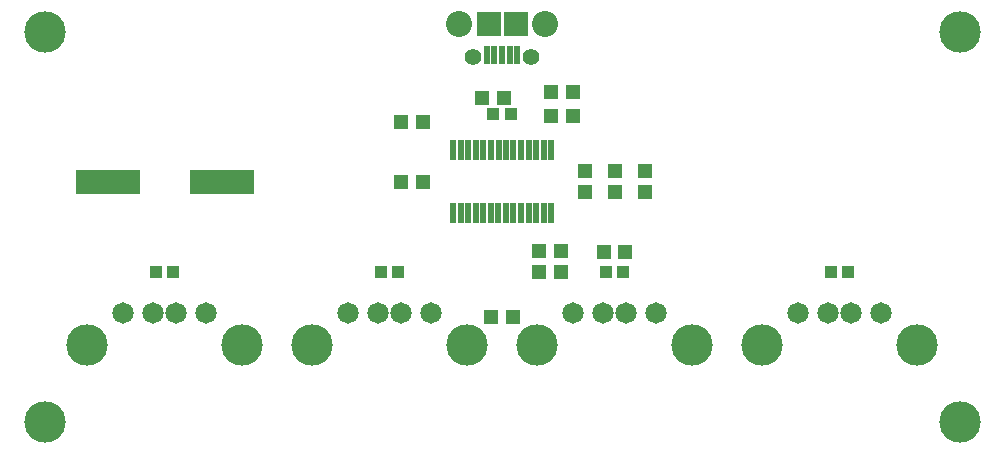
<source format=gts>
G75*
%MOIN*%
%OFA0B0*%
%FSLAX24Y24*%
%IPPOS*%
%LPD*%
%AMOC8*
5,1,8,0,0,1.08239X$1,22.5*
%
%ADD10R,0.0218X0.0671*%
%ADD11R,0.0513X0.0474*%
%ADD12R,0.0474X0.0513*%
%ADD13R,0.2180X0.0840*%
%ADD14C,0.0714*%
%ADD15C,0.1380*%
%ADD16R,0.0237X0.0631*%
%ADD17R,0.0789X0.0789*%
%ADD18C,0.0556*%
%ADD19C,0.0867*%
%ADD20R,0.0395X0.0395*%
D10*
X014837Y014037D03*
X015089Y014037D03*
X015341Y014037D03*
X015593Y014037D03*
X015845Y014037D03*
X016097Y014037D03*
X016349Y014037D03*
X016601Y014037D03*
X016853Y014037D03*
X017105Y014037D03*
X017357Y014037D03*
X017609Y014037D03*
X017861Y014037D03*
X018113Y014037D03*
X018113Y016163D03*
X017861Y016163D03*
X017609Y016163D03*
X017357Y016163D03*
X017105Y016163D03*
X016853Y016163D03*
X016601Y016163D03*
X016357Y016163D03*
X016097Y016163D03*
X015845Y016163D03*
X015593Y016163D03*
X015341Y016163D03*
X015089Y016163D03*
X014837Y016163D03*
D11*
X013829Y017100D03*
X013121Y017100D03*
X015821Y017900D03*
X016529Y017900D03*
X018121Y018100D03*
X018829Y018100D03*
X018829Y017300D03*
X018121Y017300D03*
X013829Y015100D03*
X013121Y015100D03*
X017721Y012800D03*
X018429Y012800D03*
X018429Y012100D03*
X017721Y012100D03*
X016829Y010600D03*
X016121Y010600D03*
X019871Y012750D03*
X020579Y012750D03*
D12*
X020225Y014746D03*
X020225Y015454D03*
X019225Y015454D03*
X019225Y014746D03*
X021225Y014746D03*
X021225Y015454D03*
D13*
X007125Y015100D03*
X003325Y015100D03*
D14*
X003847Y010714D03*
X004831Y010714D03*
X005619Y010714D03*
X006603Y010714D03*
X011347Y010714D03*
X012331Y010714D03*
X013119Y010714D03*
X014103Y010714D03*
X018847Y010714D03*
X019831Y010714D03*
X020619Y010714D03*
X021603Y010714D03*
X026347Y010714D03*
X027331Y010714D03*
X028119Y010714D03*
X029103Y010714D03*
D15*
X001225Y007100D03*
X002638Y009647D03*
X007812Y009647D03*
X010138Y009647D03*
X015312Y009647D03*
X017638Y009647D03*
X022812Y009647D03*
X025138Y009647D03*
X030312Y009647D03*
X031725Y007100D03*
X031725Y020100D03*
X001225Y020100D03*
D16*
X015963Y019307D03*
X016219Y019307D03*
X016475Y019307D03*
X016731Y019307D03*
X016987Y019307D03*
D17*
X016928Y020350D03*
X016022Y020350D03*
D18*
X015520Y019248D03*
X017430Y019248D03*
D19*
X017896Y020350D03*
X015054Y020350D03*
D20*
X016180Y017350D03*
X016770Y017350D03*
X019930Y012100D03*
X020520Y012100D03*
X027430Y012100D03*
X028020Y012100D03*
X013020Y012100D03*
X012430Y012100D03*
X005520Y012100D03*
X004930Y012100D03*
M02*

</source>
